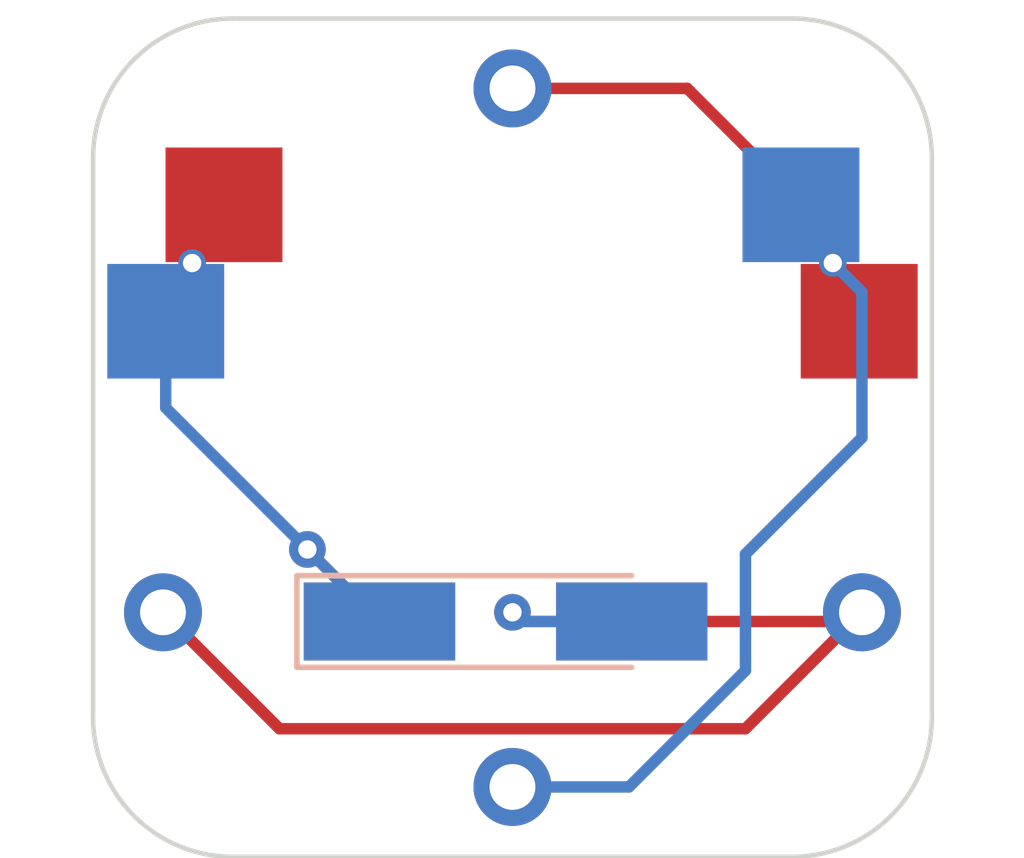
<source format=kicad_pcb>
(kicad_pcb (version 20211014) (generator pcbnew)
  (layers (0 "F.Cu" signal) (31 "B.Cu" signal) (34 "B.Paste" user) (35 "F.Paste" user) (36 "B.SilkS" user "B.Silkscreen") (37 "F.SilkS" user "F.Silkscreen") (38 "B.Mask" user) (39 "F.Mask" user) (44 "Edge.Cuts" user))
  (net 0 "")
  (net 1 "Col")
  (net 2 "Net-(D1-Pad1)")
  (net 3 "Row")
  (footprint "Custom:SinglePad" (layer "F.Cu") (at 114.3 83.82)
    (fp_text reference "Col1" hide)
    (fp_text value "TestPoint")
    (pad "1" thru_hole circle locked (at 0 0) (size 1.7 1.7) (drill 1) (layers *.Cu *.Mask) (net 1 "Col"))
  )
  (footprint "Diode_SMD:D_MiniMELF_Handsoldering" (layer "F.Cu") (at 114.15 80.21)
    (fp_text reference "D1" hide)
    (fp_text value "DIODE")
    (fp_line (start -4.55 -1) (end -4.55 1) (layer "F.SilkS") (width 0.12))
    (fp_line (start 2.75 -1) (end -4.55 -1) (layer "F.SilkS") (width 0.12))
    (fp_line (start -4.55 1) (end 2.75 1) (layer "F.SilkS") (width 0.12))
    (pad "1" smd rect (at -2.75 0) (size 3.3 1.7) (layers "F.Cu" "F.Paste" "F.Mask") (net 2 "Net-(D1-Pad1)"))
    (pad "2" smd rect (at 2.75 0) (size 3.3 1.7) (layers "F.Cu" "F.Paste" "F.Mask") (net 3 "Row"))
  )
  (footprint "Custom:SinglePad" (layer "F.Cu") (at 106.68 80.01)
    (fp_text reference "Row2" hide)
    (fp_text value "TestPoint")
    (pad "1" thru_hole circle locked (at 0 0) (size 1.7 1.7) (drill 1) (layers *.Cu *.Mask) (net 3 "Row"))
  )
  (footprint "Custom:Kailh_socket_reversible" (layer "F.Cu") (at 114.3 76.2)
    (fp_text reference "SW1")
    (fp_text value "SW_Push")
    (pad "" np_thru_hole circle (at 2.54 -5.08) (size 3 3) (drill 3) (layers *.Cu *.Mask))
    (pad "" np_thru_hole circle (at 5.08 0) (size 1.7018 1.7018) (drill 1.7018) (layers *.Cu *.Mask))
    (pad "" np_thru_hole circle (at -2.54 -5.08 180) (size 3 3) (drill 3) (layers *.Cu *.Mask))
    (pad "" np_thru_hole circle (at 0 0) (size 3.9878 3.9878) (drill 3.9878) (layers *.Cu *.Mask))
    (pad "" np_thru_hole circle (at 3.81 -2.54 180) (size 3 3) (drill 3) (layers *.Cu *.Mask))
    (pad "" np_thru_hole circle (at -5.08 0) (size 1.7018 1.7018) (drill 1.7018) (layers *.Cu *.Mask))
    (pad "" np_thru_hole circle (at -3.81 -2.54) (size 3 3) (drill 3) (layers *.Cu *.Mask))
    (pad "1" thru_hole circle (at 6.985 -3.81) (size 0.6 0.6) (drill 0.4) (layers *.Cu *.Mask) (net 1 "Col"))
    (pad "1" smd rect (at 7.56 -2.54 180) (size 2.55 2.5) (layers "F.Cu" "F.Paste" "F.Mask") (net 1 "Col"))
    (pad "1" smd rect (at 6.29 -5.08) (size 2.55 2.5) (layers "B.Cu" "B.Paste" "B.Mask") (net 1 "Col"))
    (pad "2" thru_hole circle (at -6.985 -3.81 180) (size 0.6 0.6) (drill 0.4) (layers *.Cu *.Mask) (net 2 "Net-(D1-Pad1)"))
    (pad "2" smd rect (at -7.56 -2.54) (size 2.55 2.5) (layers "B.Cu" "B.Paste" "B.Mask") (net 2 "Net-(D1-Pad1)"))
    (pad "2" smd rect (at -6.29 -5.08 180) (size 2.55 2.5) (layers "F.Cu" "F.Paste" "F.Mask") (net 2 "Net-(D1-Pad1)"))
  )
  (footprint "Custom:SinglePad" (layer "F.Cu") (at 114.3 68.58)
    (fp_text reference "Col2" hide)
    (fp_text value "TestPoint")
    (pad "1" thru_hole circle locked (at 0 0) (size 1.7 1.7) (drill 1) (layers *.Cu *.Mask) (net 1 "Col"))
  )
  (footprint "Custom:SinglePad" (layer "F.Cu") (at 121.92 80.01)
    (fp_text reference "Row1" hide)
    (fp_text value "TestPoint")
    (pad "1" thru_hole circle locked (at 0 0) (size 1.7 1.7) (drill 1) (layers *.Cu *.Mask) (net 3 "Row"))
  )
  (footprint "Diode_SMD:D_MiniMELF_Handsoldering" (layer "B.Cu") (at 114.15 80.21)
    (fp_text reference "D1" hide)
    (fp_text value "DIODE")
    (fp_line (start 2.75 1) (end -4.55 1) (layer "B.SilkS") (width 0.12))
    (fp_line (start -4.55 1) (end -4.55 -1) (layer "B.SilkS") (width 0.12))
    (fp_line (start -4.55 -1) (end 2.75 -1) (layer "B.SilkS") (width 0.12))
    (pad "1" smd rect (at -2.75 0) (size 3.3 1.7) (layers "B.Cu" "B.Paste" "B.Mask") (net 2 "Net-(D1-Pad1)"))
    (pad "2" smd rect (at 2.75 0) (size 3.3 1.7) (layers "B.Cu" "B.Paste" "B.Mask") (net 3 "Row"))
  )
  (gr_arc (start 105.156 70.104) (mid 106.048739 67.948739) (end 108.204 67.056) (layer "Edge.Cuts") (width 0.1))
  (gr_line (start 120.396 67.056) (end 108.204 67.056) (layer "Edge.Cuts") (width 0.1))
  (gr_arc (start 120.396 67.056) (mid 122.551261 67.948739) (end 123.444 70.104) (layer "Edge.Cuts") (width 0.1))
  (gr_line (start 108.204 85.344) (end 120.396 85.344) (layer "Edge.Cuts") (width 0.1))
  (gr_line (start 105.156 70.104) (end 105.156 82.296) (layer "Edge.Cuts") (width 0.1))
  (gr_line (start 123.444 82.296) (end 123.444 70.104) (layer "Edge.Cuts") (width 0.1))
  (gr_arc (start 123.444 82.296) (mid 122.551261 84.451261) (end 120.396 85.344) (layer "Edge.Cuts") (width 0.1))
  (gr_arc (start 108.204 85.344) (mid 106.048739 84.451261) (end 105.156 82.296) (layer "Edge.Cuts") (width 0.1))
  (segment (start 118.11 68.58) (end 121.285 71.755) (width 0.25) (layer "F.Cu") (net 1))
  (segment (start 121.285 71.755) (end 121.285 72.39) (width 0.25) (layer "F.Cu") (net 1))
  (segment (start 121.86 73.66) (end 120.745 74.775) (width 0.25) (layer "F.Cu") (net 1))
  (segment (start 114.3 68.58) (end 118.11 68.58) (width 0.25) (layer "F.Cu") (net 1))
  (segment (start 121.92 73.025) (end 121.92 76.2) (width 0.25) (layer "B.Cu") (net 1))
  (segment (start 119.38 81.28) (end 116.84 83.82) (width 0.25) (layer "B.Cu") (net 1))
  (segment (start 121.285 72.39) (end 121.92 73.025) (width 0.25) (layer "B.Cu") (net 1))
  (segment (start 116.84 83.82) (end 114.3 83.82) (width 0.25) (layer "B.Cu") (net 1))
  (segment (start 119.38 78.74) (end 119.38 81.28) (width 0.25) (layer "B.Cu") (net 1))
  (segment (start 121.92 76.2) (end 119.38 78.74) (width 0.25) (layer "B.Cu") (net 1))
  (segment (start 111.4 80.21) (end 109.829 78.639) (width 0.25) (layer "F.Cu") (net 2))
  (via (at 109.829 78.639) (size 0.8) (drill 0.4) (layers "F.Cu" "B.Cu") (net 2))
  (segment (start 111.4 80.21) (end 109.829 78.639) (width 0.25) (layer "B.Cu") (net 2))
  (segment (start 106.74 75.55) (end 106.74 73.66) (width 0.25) (layer "B.Cu") (net 2))
  (segment (start 109.829 78.639) (end 106.74 75.55) (width 0.25) (layer "B.Cu") (net 2))
  (segment (start 121.72 80.21) (end 121.92 80.01) (width 0.25) (layer "F.Cu") (net 3))
  (segment (start 114.3 80.01) (end 114.5 80.21) (width 0.25) (layer "F.Cu") (net 3))
  (segment (start 116.9 80.21) (end 121.72 80.21) (width 0.25) (layer "F.Cu") (net 3))
  (segment (start 114.5 80.21) (end 116.9 80.21) (width 0.25) (layer "F.Cu") (net 3))
  (segment (start 119.38 82.55) (end 121.92 80.01) (width 0.25) (layer "F.Cu") (net 3))
  (segment (start 109.22 82.55) (end 119.38 82.55) (width 0.25) (layer "F.Cu") (net 3))
  (segment (start 106.68 80.01) (end 109.22 82.55) (width 0.25) (layer "F.Cu") (net 3))
  (via (at 114.3 80.01) (size 0.8) (drill 0.4) (layers "F.Cu" "B.Cu") (net 3))
  (segment (start 116.9 80.21) (end 114.5 80.21) (width 0.25) (layer "B.Cu") (net 3))
  (segment (start 121.72 80.21) (end 121.92 80.01) (width 0.25) (layer "B.Cu") (net 3))
  (segment (start 114.5 80.21) (end 114.3 80.01) (width 0.25) (layer "B.Cu") (net 3))
)
</source>
